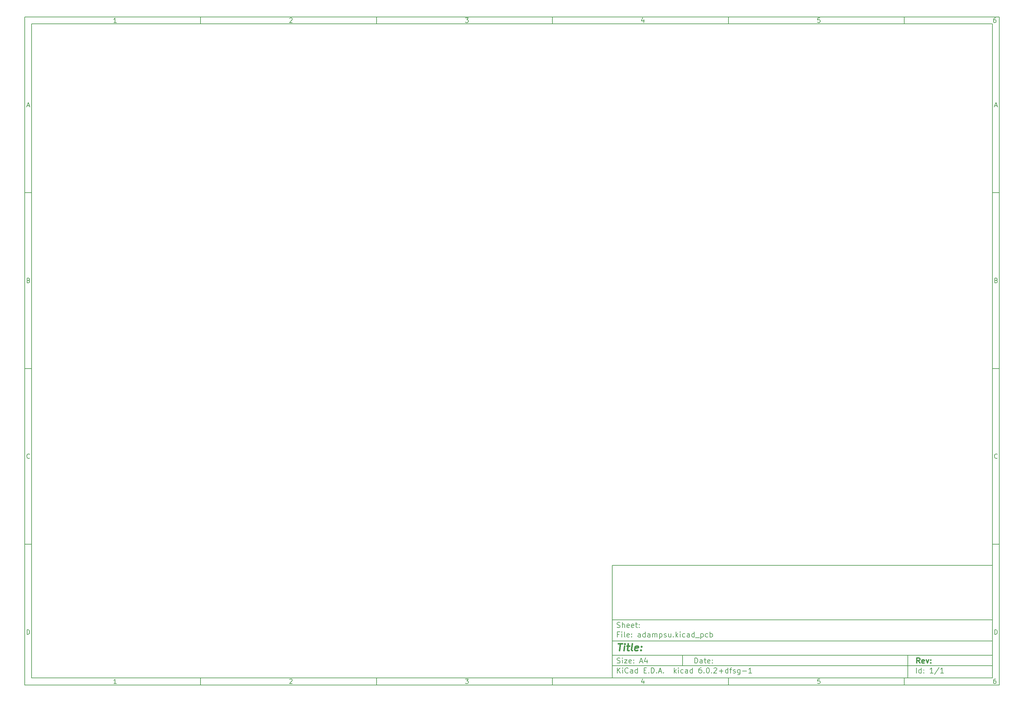
<source format=gbr>
G04 #@! TF.GenerationSoftware,KiCad,Pcbnew,6.0.2+dfsg-1*
G04 #@! TF.CreationDate,2023-07-16T14:07:35-07:00*
G04 #@! TF.ProjectId,adampsu,6164616d-7073-4752-9e6b-696361645f70,rev?*
G04 #@! TF.SameCoordinates,Original*
G04 #@! TF.FileFunction,Paste,Bot*
G04 #@! TF.FilePolarity,Positive*
%FSLAX46Y46*%
G04 Gerber Fmt 4.6, Leading zero omitted, Abs format (unit mm)*
G04 Created by KiCad (PCBNEW 6.0.2+dfsg-1) date 2023-07-16 14:07:35*
%MOMM*%
%LPD*%
G01*
G04 APERTURE LIST*
%ADD10C,0.100000*%
%ADD11C,0.150000*%
%ADD12C,0.300000*%
%ADD13C,0.400000*%
G04 APERTURE END LIST*
D10*
D11*
X177002200Y-166007200D02*
X177002200Y-198007200D01*
X285002200Y-198007200D01*
X285002200Y-166007200D01*
X177002200Y-166007200D01*
D10*
D11*
X10000000Y-10000000D02*
X10000000Y-200007200D01*
X287002200Y-200007200D01*
X287002200Y-10000000D01*
X10000000Y-10000000D01*
D10*
D11*
X12000000Y-12000000D02*
X12000000Y-198007200D01*
X285002200Y-198007200D01*
X285002200Y-12000000D01*
X12000000Y-12000000D01*
D10*
D11*
X60000000Y-12000000D02*
X60000000Y-10000000D01*
D10*
D11*
X110000000Y-12000000D02*
X110000000Y-10000000D01*
D10*
D11*
X160000000Y-12000000D02*
X160000000Y-10000000D01*
D10*
D11*
X210000000Y-12000000D02*
X210000000Y-10000000D01*
D10*
D11*
X260000000Y-12000000D02*
X260000000Y-10000000D01*
D10*
D11*
X36065476Y-11588095D02*
X35322619Y-11588095D01*
X35694047Y-11588095D02*
X35694047Y-10288095D01*
X35570238Y-10473809D01*
X35446428Y-10597619D01*
X35322619Y-10659523D01*
D10*
D11*
X85322619Y-10411904D02*
X85384523Y-10350000D01*
X85508333Y-10288095D01*
X85817857Y-10288095D01*
X85941666Y-10350000D01*
X86003571Y-10411904D01*
X86065476Y-10535714D01*
X86065476Y-10659523D01*
X86003571Y-10845238D01*
X85260714Y-11588095D01*
X86065476Y-11588095D01*
D10*
D11*
X135260714Y-10288095D02*
X136065476Y-10288095D01*
X135632142Y-10783333D01*
X135817857Y-10783333D01*
X135941666Y-10845238D01*
X136003571Y-10907142D01*
X136065476Y-11030952D01*
X136065476Y-11340476D01*
X136003571Y-11464285D01*
X135941666Y-11526190D01*
X135817857Y-11588095D01*
X135446428Y-11588095D01*
X135322619Y-11526190D01*
X135260714Y-11464285D01*
D10*
D11*
X185941666Y-10721428D02*
X185941666Y-11588095D01*
X185632142Y-10226190D02*
X185322619Y-11154761D01*
X186127380Y-11154761D01*
D10*
D11*
X236003571Y-10288095D02*
X235384523Y-10288095D01*
X235322619Y-10907142D01*
X235384523Y-10845238D01*
X235508333Y-10783333D01*
X235817857Y-10783333D01*
X235941666Y-10845238D01*
X236003571Y-10907142D01*
X236065476Y-11030952D01*
X236065476Y-11340476D01*
X236003571Y-11464285D01*
X235941666Y-11526190D01*
X235817857Y-11588095D01*
X235508333Y-11588095D01*
X235384523Y-11526190D01*
X235322619Y-11464285D01*
D10*
D11*
X285941666Y-10288095D02*
X285694047Y-10288095D01*
X285570238Y-10350000D01*
X285508333Y-10411904D01*
X285384523Y-10597619D01*
X285322619Y-10845238D01*
X285322619Y-11340476D01*
X285384523Y-11464285D01*
X285446428Y-11526190D01*
X285570238Y-11588095D01*
X285817857Y-11588095D01*
X285941666Y-11526190D01*
X286003571Y-11464285D01*
X286065476Y-11340476D01*
X286065476Y-11030952D01*
X286003571Y-10907142D01*
X285941666Y-10845238D01*
X285817857Y-10783333D01*
X285570238Y-10783333D01*
X285446428Y-10845238D01*
X285384523Y-10907142D01*
X285322619Y-11030952D01*
D10*
D11*
X60000000Y-198007200D02*
X60000000Y-200007200D01*
D10*
D11*
X110000000Y-198007200D02*
X110000000Y-200007200D01*
D10*
D11*
X160000000Y-198007200D02*
X160000000Y-200007200D01*
D10*
D11*
X210000000Y-198007200D02*
X210000000Y-200007200D01*
D10*
D11*
X260000000Y-198007200D02*
X260000000Y-200007200D01*
D10*
D11*
X36065476Y-199595295D02*
X35322619Y-199595295D01*
X35694047Y-199595295D02*
X35694047Y-198295295D01*
X35570238Y-198481009D01*
X35446428Y-198604819D01*
X35322619Y-198666723D01*
D10*
D11*
X85322619Y-198419104D02*
X85384523Y-198357200D01*
X85508333Y-198295295D01*
X85817857Y-198295295D01*
X85941666Y-198357200D01*
X86003571Y-198419104D01*
X86065476Y-198542914D01*
X86065476Y-198666723D01*
X86003571Y-198852438D01*
X85260714Y-199595295D01*
X86065476Y-199595295D01*
D10*
D11*
X135260714Y-198295295D02*
X136065476Y-198295295D01*
X135632142Y-198790533D01*
X135817857Y-198790533D01*
X135941666Y-198852438D01*
X136003571Y-198914342D01*
X136065476Y-199038152D01*
X136065476Y-199347676D01*
X136003571Y-199471485D01*
X135941666Y-199533390D01*
X135817857Y-199595295D01*
X135446428Y-199595295D01*
X135322619Y-199533390D01*
X135260714Y-199471485D01*
D10*
D11*
X185941666Y-198728628D02*
X185941666Y-199595295D01*
X185632142Y-198233390D02*
X185322619Y-199161961D01*
X186127380Y-199161961D01*
D10*
D11*
X236003571Y-198295295D02*
X235384523Y-198295295D01*
X235322619Y-198914342D01*
X235384523Y-198852438D01*
X235508333Y-198790533D01*
X235817857Y-198790533D01*
X235941666Y-198852438D01*
X236003571Y-198914342D01*
X236065476Y-199038152D01*
X236065476Y-199347676D01*
X236003571Y-199471485D01*
X235941666Y-199533390D01*
X235817857Y-199595295D01*
X235508333Y-199595295D01*
X235384523Y-199533390D01*
X235322619Y-199471485D01*
D10*
D11*
X285941666Y-198295295D02*
X285694047Y-198295295D01*
X285570238Y-198357200D01*
X285508333Y-198419104D01*
X285384523Y-198604819D01*
X285322619Y-198852438D01*
X285322619Y-199347676D01*
X285384523Y-199471485D01*
X285446428Y-199533390D01*
X285570238Y-199595295D01*
X285817857Y-199595295D01*
X285941666Y-199533390D01*
X286003571Y-199471485D01*
X286065476Y-199347676D01*
X286065476Y-199038152D01*
X286003571Y-198914342D01*
X285941666Y-198852438D01*
X285817857Y-198790533D01*
X285570238Y-198790533D01*
X285446428Y-198852438D01*
X285384523Y-198914342D01*
X285322619Y-199038152D01*
D10*
D11*
X10000000Y-60000000D02*
X12000000Y-60000000D01*
D10*
D11*
X10000000Y-110000000D02*
X12000000Y-110000000D01*
D10*
D11*
X10000000Y-160000000D02*
X12000000Y-160000000D01*
D10*
D11*
X10690476Y-35216666D02*
X11309523Y-35216666D01*
X10566666Y-35588095D02*
X11000000Y-34288095D01*
X11433333Y-35588095D01*
D10*
D11*
X11092857Y-84907142D02*
X11278571Y-84969047D01*
X11340476Y-85030952D01*
X11402380Y-85154761D01*
X11402380Y-85340476D01*
X11340476Y-85464285D01*
X11278571Y-85526190D01*
X11154761Y-85588095D01*
X10659523Y-85588095D01*
X10659523Y-84288095D01*
X11092857Y-84288095D01*
X11216666Y-84350000D01*
X11278571Y-84411904D01*
X11340476Y-84535714D01*
X11340476Y-84659523D01*
X11278571Y-84783333D01*
X11216666Y-84845238D01*
X11092857Y-84907142D01*
X10659523Y-84907142D01*
D10*
D11*
X11402380Y-135464285D02*
X11340476Y-135526190D01*
X11154761Y-135588095D01*
X11030952Y-135588095D01*
X10845238Y-135526190D01*
X10721428Y-135402380D01*
X10659523Y-135278571D01*
X10597619Y-135030952D01*
X10597619Y-134845238D01*
X10659523Y-134597619D01*
X10721428Y-134473809D01*
X10845238Y-134350000D01*
X11030952Y-134288095D01*
X11154761Y-134288095D01*
X11340476Y-134350000D01*
X11402380Y-134411904D01*
D10*
D11*
X10659523Y-185588095D02*
X10659523Y-184288095D01*
X10969047Y-184288095D01*
X11154761Y-184350000D01*
X11278571Y-184473809D01*
X11340476Y-184597619D01*
X11402380Y-184845238D01*
X11402380Y-185030952D01*
X11340476Y-185278571D01*
X11278571Y-185402380D01*
X11154761Y-185526190D01*
X10969047Y-185588095D01*
X10659523Y-185588095D01*
D10*
D11*
X287002200Y-60000000D02*
X285002200Y-60000000D01*
D10*
D11*
X287002200Y-110000000D02*
X285002200Y-110000000D01*
D10*
D11*
X287002200Y-160000000D02*
X285002200Y-160000000D01*
D10*
D11*
X285692676Y-35216666D02*
X286311723Y-35216666D01*
X285568866Y-35588095D02*
X286002200Y-34288095D01*
X286435533Y-35588095D01*
D10*
D11*
X286095057Y-84907142D02*
X286280771Y-84969047D01*
X286342676Y-85030952D01*
X286404580Y-85154761D01*
X286404580Y-85340476D01*
X286342676Y-85464285D01*
X286280771Y-85526190D01*
X286156961Y-85588095D01*
X285661723Y-85588095D01*
X285661723Y-84288095D01*
X286095057Y-84288095D01*
X286218866Y-84350000D01*
X286280771Y-84411904D01*
X286342676Y-84535714D01*
X286342676Y-84659523D01*
X286280771Y-84783333D01*
X286218866Y-84845238D01*
X286095057Y-84907142D01*
X285661723Y-84907142D01*
D10*
D11*
X286404580Y-135464285D02*
X286342676Y-135526190D01*
X286156961Y-135588095D01*
X286033152Y-135588095D01*
X285847438Y-135526190D01*
X285723628Y-135402380D01*
X285661723Y-135278571D01*
X285599819Y-135030952D01*
X285599819Y-134845238D01*
X285661723Y-134597619D01*
X285723628Y-134473809D01*
X285847438Y-134350000D01*
X286033152Y-134288095D01*
X286156961Y-134288095D01*
X286342676Y-134350000D01*
X286404580Y-134411904D01*
D10*
D11*
X285661723Y-185588095D02*
X285661723Y-184288095D01*
X285971247Y-184288095D01*
X286156961Y-184350000D01*
X286280771Y-184473809D01*
X286342676Y-184597619D01*
X286404580Y-184845238D01*
X286404580Y-185030952D01*
X286342676Y-185278571D01*
X286280771Y-185402380D01*
X286156961Y-185526190D01*
X285971247Y-185588095D01*
X285661723Y-185588095D01*
D10*
D11*
X200434342Y-193785771D02*
X200434342Y-192285771D01*
X200791485Y-192285771D01*
X201005771Y-192357200D01*
X201148628Y-192500057D01*
X201220057Y-192642914D01*
X201291485Y-192928628D01*
X201291485Y-193142914D01*
X201220057Y-193428628D01*
X201148628Y-193571485D01*
X201005771Y-193714342D01*
X200791485Y-193785771D01*
X200434342Y-193785771D01*
X202577200Y-193785771D02*
X202577200Y-193000057D01*
X202505771Y-192857200D01*
X202362914Y-192785771D01*
X202077200Y-192785771D01*
X201934342Y-192857200D01*
X202577200Y-193714342D02*
X202434342Y-193785771D01*
X202077200Y-193785771D01*
X201934342Y-193714342D01*
X201862914Y-193571485D01*
X201862914Y-193428628D01*
X201934342Y-193285771D01*
X202077200Y-193214342D01*
X202434342Y-193214342D01*
X202577200Y-193142914D01*
X203077200Y-192785771D02*
X203648628Y-192785771D01*
X203291485Y-192285771D02*
X203291485Y-193571485D01*
X203362914Y-193714342D01*
X203505771Y-193785771D01*
X203648628Y-193785771D01*
X204720057Y-193714342D02*
X204577200Y-193785771D01*
X204291485Y-193785771D01*
X204148628Y-193714342D01*
X204077200Y-193571485D01*
X204077200Y-193000057D01*
X204148628Y-192857200D01*
X204291485Y-192785771D01*
X204577200Y-192785771D01*
X204720057Y-192857200D01*
X204791485Y-193000057D01*
X204791485Y-193142914D01*
X204077200Y-193285771D01*
X205434342Y-193642914D02*
X205505771Y-193714342D01*
X205434342Y-193785771D01*
X205362914Y-193714342D01*
X205434342Y-193642914D01*
X205434342Y-193785771D01*
X205434342Y-192857200D02*
X205505771Y-192928628D01*
X205434342Y-193000057D01*
X205362914Y-192928628D01*
X205434342Y-192857200D01*
X205434342Y-193000057D01*
D10*
D11*
X177002200Y-194507200D02*
X285002200Y-194507200D01*
D10*
D11*
X178434342Y-196585771D02*
X178434342Y-195085771D01*
X179291485Y-196585771D02*
X178648628Y-195728628D01*
X179291485Y-195085771D02*
X178434342Y-195942914D01*
X179934342Y-196585771D02*
X179934342Y-195585771D01*
X179934342Y-195085771D02*
X179862914Y-195157200D01*
X179934342Y-195228628D01*
X180005771Y-195157200D01*
X179934342Y-195085771D01*
X179934342Y-195228628D01*
X181505771Y-196442914D02*
X181434342Y-196514342D01*
X181220057Y-196585771D01*
X181077200Y-196585771D01*
X180862914Y-196514342D01*
X180720057Y-196371485D01*
X180648628Y-196228628D01*
X180577200Y-195942914D01*
X180577200Y-195728628D01*
X180648628Y-195442914D01*
X180720057Y-195300057D01*
X180862914Y-195157200D01*
X181077200Y-195085771D01*
X181220057Y-195085771D01*
X181434342Y-195157200D01*
X181505771Y-195228628D01*
X182791485Y-196585771D02*
X182791485Y-195800057D01*
X182720057Y-195657200D01*
X182577200Y-195585771D01*
X182291485Y-195585771D01*
X182148628Y-195657200D01*
X182791485Y-196514342D02*
X182648628Y-196585771D01*
X182291485Y-196585771D01*
X182148628Y-196514342D01*
X182077200Y-196371485D01*
X182077200Y-196228628D01*
X182148628Y-196085771D01*
X182291485Y-196014342D01*
X182648628Y-196014342D01*
X182791485Y-195942914D01*
X184148628Y-196585771D02*
X184148628Y-195085771D01*
X184148628Y-196514342D02*
X184005771Y-196585771D01*
X183720057Y-196585771D01*
X183577200Y-196514342D01*
X183505771Y-196442914D01*
X183434342Y-196300057D01*
X183434342Y-195871485D01*
X183505771Y-195728628D01*
X183577200Y-195657200D01*
X183720057Y-195585771D01*
X184005771Y-195585771D01*
X184148628Y-195657200D01*
X186005771Y-195800057D02*
X186505771Y-195800057D01*
X186720057Y-196585771D02*
X186005771Y-196585771D01*
X186005771Y-195085771D01*
X186720057Y-195085771D01*
X187362914Y-196442914D02*
X187434342Y-196514342D01*
X187362914Y-196585771D01*
X187291485Y-196514342D01*
X187362914Y-196442914D01*
X187362914Y-196585771D01*
X188077200Y-196585771D02*
X188077200Y-195085771D01*
X188434342Y-195085771D01*
X188648628Y-195157200D01*
X188791485Y-195300057D01*
X188862914Y-195442914D01*
X188934342Y-195728628D01*
X188934342Y-195942914D01*
X188862914Y-196228628D01*
X188791485Y-196371485D01*
X188648628Y-196514342D01*
X188434342Y-196585771D01*
X188077200Y-196585771D01*
X189577200Y-196442914D02*
X189648628Y-196514342D01*
X189577200Y-196585771D01*
X189505771Y-196514342D01*
X189577200Y-196442914D01*
X189577200Y-196585771D01*
X190220057Y-196157200D02*
X190934342Y-196157200D01*
X190077200Y-196585771D02*
X190577200Y-195085771D01*
X191077200Y-196585771D01*
X191577200Y-196442914D02*
X191648628Y-196514342D01*
X191577200Y-196585771D01*
X191505771Y-196514342D01*
X191577200Y-196442914D01*
X191577200Y-196585771D01*
X194577200Y-196585771D02*
X194577200Y-195085771D01*
X194720057Y-196014342D02*
X195148628Y-196585771D01*
X195148628Y-195585771D02*
X194577200Y-196157200D01*
X195791485Y-196585771D02*
X195791485Y-195585771D01*
X195791485Y-195085771D02*
X195720057Y-195157200D01*
X195791485Y-195228628D01*
X195862914Y-195157200D01*
X195791485Y-195085771D01*
X195791485Y-195228628D01*
X197148628Y-196514342D02*
X197005771Y-196585771D01*
X196720057Y-196585771D01*
X196577200Y-196514342D01*
X196505771Y-196442914D01*
X196434342Y-196300057D01*
X196434342Y-195871485D01*
X196505771Y-195728628D01*
X196577200Y-195657200D01*
X196720057Y-195585771D01*
X197005771Y-195585771D01*
X197148628Y-195657200D01*
X198434342Y-196585771D02*
X198434342Y-195800057D01*
X198362914Y-195657200D01*
X198220057Y-195585771D01*
X197934342Y-195585771D01*
X197791485Y-195657200D01*
X198434342Y-196514342D02*
X198291485Y-196585771D01*
X197934342Y-196585771D01*
X197791485Y-196514342D01*
X197720057Y-196371485D01*
X197720057Y-196228628D01*
X197791485Y-196085771D01*
X197934342Y-196014342D01*
X198291485Y-196014342D01*
X198434342Y-195942914D01*
X199791485Y-196585771D02*
X199791485Y-195085771D01*
X199791485Y-196514342D02*
X199648628Y-196585771D01*
X199362914Y-196585771D01*
X199220057Y-196514342D01*
X199148628Y-196442914D01*
X199077200Y-196300057D01*
X199077200Y-195871485D01*
X199148628Y-195728628D01*
X199220057Y-195657200D01*
X199362914Y-195585771D01*
X199648628Y-195585771D01*
X199791485Y-195657200D01*
X202291485Y-195085771D02*
X202005771Y-195085771D01*
X201862914Y-195157200D01*
X201791485Y-195228628D01*
X201648628Y-195442914D01*
X201577200Y-195728628D01*
X201577200Y-196300057D01*
X201648628Y-196442914D01*
X201720057Y-196514342D01*
X201862914Y-196585771D01*
X202148628Y-196585771D01*
X202291485Y-196514342D01*
X202362914Y-196442914D01*
X202434342Y-196300057D01*
X202434342Y-195942914D01*
X202362914Y-195800057D01*
X202291485Y-195728628D01*
X202148628Y-195657200D01*
X201862914Y-195657200D01*
X201720057Y-195728628D01*
X201648628Y-195800057D01*
X201577200Y-195942914D01*
X203077200Y-196442914D02*
X203148628Y-196514342D01*
X203077200Y-196585771D01*
X203005771Y-196514342D01*
X203077200Y-196442914D01*
X203077200Y-196585771D01*
X204077200Y-195085771D02*
X204220057Y-195085771D01*
X204362914Y-195157200D01*
X204434342Y-195228628D01*
X204505771Y-195371485D01*
X204577200Y-195657200D01*
X204577200Y-196014342D01*
X204505771Y-196300057D01*
X204434342Y-196442914D01*
X204362914Y-196514342D01*
X204220057Y-196585771D01*
X204077200Y-196585771D01*
X203934342Y-196514342D01*
X203862914Y-196442914D01*
X203791485Y-196300057D01*
X203720057Y-196014342D01*
X203720057Y-195657200D01*
X203791485Y-195371485D01*
X203862914Y-195228628D01*
X203934342Y-195157200D01*
X204077200Y-195085771D01*
X205220057Y-196442914D02*
X205291485Y-196514342D01*
X205220057Y-196585771D01*
X205148628Y-196514342D01*
X205220057Y-196442914D01*
X205220057Y-196585771D01*
X205862914Y-195228628D02*
X205934342Y-195157200D01*
X206077200Y-195085771D01*
X206434342Y-195085771D01*
X206577200Y-195157200D01*
X206648628Y-195228628D01*
X206720057Y-195371485D01*
X206720057Y-195514342D01*
X206648628Y-195728628D01*
X205791485Y-196585771D01*
X206720057Y-196585771D01*
X207362914Y-196014342D02*
X208505771Y-196014342D01*
X207934342Y-196585771D02*
X207934342Y-195442914D01*
X209862914Y-196585771D02*
X209862914Y-195085771D01*
X209862914Y-196514342D02*
X209720057Y-196585771D01*
X209434342Y-196585771D01*
X209291485Y-196514342D01*
X209220057Y-196442914D01*
X209148628Y-196300057D01*
X209148628Y-195871485D01*
X209220057Y-195728628D01*
X209291485Y-195657200D01*
X209434342Y-195585771D01*
X209720057Y-195585771D01*
X209862914Y-195657200D01*
X210362914Y-195585771D02*
X210934342Y-195585771D01*
X210577200Y-196585771D02*
X210577200Y-195300057D01*
X210648628Y-195157200D01*
X210791485Y-195085771D01*
X210934342Y-195085771D01*
X211362914Y-196514342D02*
X211505771Y-196585771D01*
X211791485Y-196585771D01*
X211934342Y-196514342D01*
X212005771Y-196371485D01*
X212005771Y-196300057D01*
X211934342Y-196157200D01*
X211791485Y-196085771D01*
X211577200Y-196085771D01*
X211434342Y-196014342D01*
X211362914Y-195871485D01*
X211362914Y-195800057D01*
X211434342Y-195657200D01*
X211577200Y-195585771D01*
X211791485Y-195585771D01*
X211934342Y-195657200D01*
X213291485Y-195585771D02*
X213291485Y-196800057D01*
X213220057Y-196942914D01*
X213148628Y-197014342D01*
X213005771Y-197085771D01*
X212791485Y-197085771D01*
X212648628Y-197014342D01*
X213291485Y-196514342D02*
X213148628Y-196585771D01*
X212862914Y-196585771D01*
X212720057Y-196514342D01*
X212648628Y-196442914D01*
X212577200Y-196300057D01*
X212577200Y-195871485D01*
X212648628Y-195728628D01*
X212720057Y-195657200D01*
X212862914Y-195585771D01*
X213148628Y-195585771D01*
X213291485Y-195657200D01*
X214005771Y-196014342D02*
X215148628Y-196014342D01*
X216648628Y-196585771D02*
X215791485Y-196585771D01*
X216220057Y-196585771D02*
X216220057Y-195085771D01*
X216077200Y-195300057D01*
X215934342Y-195442914D01*
X215791485Y-195514342D01*
D10*
D11*
X177002200Y-191507200D02*
X285002200Y-191507200D01*
D10*
D12*
X264411485Y-193785771D02*
X263911485Y-193071485D01*
X263554342Y-193785771D02*
X263554342Y-192285771D01*
X264125771Y-192285771D01*
X264268628Y-192357200D01*
X264340057Y-192428628D01*
X264411485Y-192571485D01*
X264411485Y-192785771D01*
X264340057Y-192928628D01*
X264268628Y-193000057D01*
X264125771Y-193071485D01*
X263554342Y-193071485D01*
X265625771Y-193714342D02*
X265482914Y-193785771D01*
X265197200Y-193785771D01*
X265054342Y-193714342D01*
X264982914Y-193571485D01*
X264982914Y-193000057D01*
X265054342Y-192857200D01*
X265197200Y-192785771D01*
X265482914Y-192785771D01*
X265625771Y-192857200D01*
X265697200Y-193000057D01*
X265697200Y-193142914D01*
X264982914Y-193285771D01*
X266197200Y-192785771D02*
X266554342Y-193785771D01*
X266911485Y-192785771D01*
X267482914Y-193642914D02*
X267554342Y-193714342D01*
X267482914Y-193785771D01*
X267411485Y-193714342D01*
X267482914Y-193642914D01*
X267482914Y-193785771D01*
X267482914Y-192857200D02*
X267554342Y-192928628D01*
X267482914Y-193000057D01*
X267411485Y-192928628D01*
X267482914Y-192857200D01*
X267482914Y-193000057D01*
D10*
D11*
X178362914Y-193714342D02*
X178577200Y-193785771D01*
X178934342Y-193785771D01*
X179077200Y-193714342D01*
X179148628Y-193642914D01*
X179220057Y-193500057D01*
X179220057Y-193357200D01*
X179148628Y-193214342D01*
X179077200Y-193142914D01*
X178934342Y-193071485D01*
X178648628Y-193000057D01*
X178505771Y-192928628D01*
X178434342Y-192857200D01*
X178362914Y-192714342D01*
X178362914Y-192571485D01*
X178434342Y-192428628D01*
X178505771Y-192357200D01*
X178648628Y-192285771D01*
X179005771Y-192285771D01*
X179220057Y-192357200D01*
X179862914Y-193785771D02*
X179862914Y-192785771D01*
X179862914Y-192285771D02*
X179791485Y-192357200D01*
X179862914Y-192428628D01*
X179934342Y-192357200D01*
X179862914Y-192285771D01*
X179862914Y-192428628D01*
X180434342Y-192785771D02*
X181220057Y-192785771D01*
X180434342Y-193785771D01*
X181220057Y-193785771D01*
X182362914Y-193714342D02*
X182220057Y-193785771D01*
X181934342Y-193785771D01*
X181791485Y-193714342D01*
X181720057Y-193571485D01*
X181720057Y-193000057D01*
X181791485Y-192857200D01*
X181934342Y-192785771D01*
X182220057Y-192785771D01*
X182362914Y-192857200D01*
X182434342Y-193000057D01*
X182434342Y-193142914D01*
X181720057Y-193285771D01*
X183077200Y-193642914D02*
X183148628Y-193714342D01*
X183077200Y-193785771D01*
X183005771Y-193714342D01*
X183077200Y-193642914D01*
X183077200Y-193785771D01*
X183077200Y-192857200D02*
X183148628Y-192928628D01*
X183077200Y-193000057D01*
X183005771Y-192928628D01*
X183077200Y-192857200D01*
X183077200Y-193000057D01*
X184862914Y-193357200D02*
X185577200Y-193357200D01*
X184720057Y-193785771D02*
X185220057Y-192285771D01*
X185720057Y-193785771D01*
X186862914Y-192785771D02*
X186862914Y-193785771D01*
X186505771Y-192214342D02*
X186148628Y-193285771D01*
X187077200Y-193285771D01*
D10*
D11*
X263434342Y-196585771D02*
X263434342Y-195085771D01*
X264791485Y-196585771D02*
X264791485Y-195085771D01*
X264791485Y-196514342D02*
X264648628Y-196585771D01*
X264362914Y-196585771D01*
X264220057Y-196514342D01*
X264148628Y-196442914D01*
X264077200Y-196300057D01*
X264077200Y-195871485D01*
X264148628Y-195728628D01*
X264220057Y-195657200D01*
X264362914Y-195585771D01*
X264648628Y-195585771D01*
X264791485Y-195657200D01*
X265505771Y-196442914D02*
X265577200Y-196514342D01*
X265505771Y-196585771D01*
X265434342Y-196514342D01*
X265505771Y-196442914D01*
X265505771Y-196585771D01*
X265505771Y-195657200D02*
X265577200Y-195728628D01*
X265505771Y-195800057D01*
X265434342Y-195728628D01*
X265505771Y-195657200D01*
X265505771Y-195800057D01*
X268148628Y-196585771D02*
X267291485Y-196585771D01*
X267720057Y-196585771D02*
X267720057Y-195085771D01*
X267577200Y-195300057D01*
X267434342Y-195442914D01*
X267291485Y-195514342D01*
X269862914Y-195014342D02*
X268577200Y-196942914D01*
X271148628Y-196585771D02*
X270291485Y-196585771D01*
X270720057Y-196585771D02*
X270720057Y-195085771D01*
X270577200Y-195300057D01*
X270434342Y-195442914D01*
X270291485Y-195514342D01*
D10*
D11*
X177002200Y-187507200D02*
X285002200Y-187507200D01*
D10*
D13*
X178714580Y-188211961D02*
X179857438Y-188211961D01*
X179036009Y-190211961D02*
X179286009Y-188211961D01*
X180274104Y-190211961D02*
X180440771Y-188878628D01*
X180524104Y-188211961D02*
X180416961Y-188307200D01*
X180500295Y-188402438D01*
X180607438Y-188307200D01*
X180524104Y-188211961D01*
X180500295Y-188402438D01*
X181107438Y-188878628D02*
X181869342Y-188878628D01*
X181476485Y-188211961D02*
X181262200Y-189926247D01*
X181333628Y-190116723D01*
X181512200Y-190211961D01*
X181702676Y-190211961D01*
X182655057Y-190211961D02*
X182476485Y-190116723D01*
X182405057Y-189926247D01*
X182619342Y-188211961D01*
X184190771Y-190116723D02*
X183988390Y-190211961D01*
X183607438Y-190211961D01*
X183428866Y-190116723D01*
X183357438Y-189926247D01*
X183452676Y-189164342D01*
X183571723Y-188973866D01*
X183774104Y-188878628D01*
X184155057Y-188878628D01*
X184333628Y-188973866D01*
X184405057Y-189164342D01*
X184381247Y-189354819D01*
X183405057Y-189545295D01*
X185155057Y-190021485D02*
X185238390Y-190116723D01*
X185131247Y-190211961D01*
X185047914Y-190116723D01*
X185155057Y-190021485D01*
X185131247Y-190211961D01*
X185286009Y-188973866D02*
X185369342Y-189069104D01*
X185262200Y-189164342D01*
X185178866Y-189069104D01*
X185286009Y-188973866D01*
X185262200Y-189164342D01*
D10*
D11*
X178934342Y-185600057D02*
X178434342Y-185600057D01*
X178434342Y-186385771D02*
X178434342Y-184885771D01*
X179148628Y-184885771D01*
X179720057Y-186385771D02*
X179720057Y-185385771D01*
X179720057Y-184885771D02*
X179648628Y-184957200D01*
X179720057Y-185028628D01*
X179791485Y-184957200D01*
X179720057Y-184885771D01*
X179720057Y-185028628D01*
X180648628Y-186385771D02*
X180505771Y-186314342D01*
X180434342Y-186171485D01*
X180434342Y-184885771D01*
X181791485Y-186314342D02*
X181648628Y-186385771D01*
X181362914Y-186385771D01*
X181220057Y-186314342D01*
X181148628Y-186171485D01*
X181148628Y-185600057D01*
X181220057Y-185457200D01*
X181362914Y-185385771D01*
X181648628Y-185385771D01*
X181791485Y-185457200D01*
X181862914Y-185600057D01*
X181862914Y-185742914D01*
X181148628Y-185885771D01*
X182505771Y-186242914D02*
X182577200Y-186314342D01*
X182505771Y-186385771D01*
X182434342Y-186314342D01*
X182505771Y-186242914D01*
X182505771Y-186385771D01*
X182505771Y-185457200D02*
X182577200Y-185528628D01*
X182505771Y-185600057D01*
X182434342Y-185528628D01*
X182505771Y-185457200D01*
X182505771Y-185600057D01*
X185005771Y-186385771D02*
X185005771Y-185600057D01*
X184934342Y-185457200D01*
X184791485Y-185385771D01*
X184505771Y-185385771D01*
X184362914Y-185457200D01*
X185005771Y-186314342D02*
X184862914Y-186385771D01*
X184505771Y-186385771D01*
X184362914Y-186314342D01*
X184291485Y-186171485D01*
X184291485Y-186028628D01*
X184362914Y-185885771D01*
X184505771Y-185814342D01*
X184862914Y-185814342D01*
X185005771Y-185742914D01*
X186362914Y-186385771D02*
X186362914Y-184885771D01*
X186362914Y-186314342D02*
X186220057Y-186385771D01*
X185934342Y-186385771D01*
X185791485Y-186314342D01*
X185720057Y-186242914D01*
X185648628Y-186100057D01*
X185648628Y-185671485D01*
X185720057Y-185528628D01*
X185791485Y-185457200D01*
X185934342Y-185385771D01*
X186220057Y-185385771D01*
X186362914Y-185457200D01*
X187720057Y-186385771D02*
X187720057Y-185600057D01*
X187648628Y-185457200D01*
X187505771Y-185385771D01*
X187220057Y-185385771D01*
X187077200Y-185457200D01*
X187720057Y-186314342D02*
X187577200Y-186385771D01*
X187220057Y-186385771D01*
X187077200Y-186314342D01*
X187005771Y-186171485D01*
X187005771Y-186028628D01*
X187077200Y-185885771D01*
X187220057Y-185814342D01*
X187577200Y-185814342D01*
X187720057Y-185742914D01*
X188434342Y-186385771D02*
X188434342Y-185385771D01*
X188434342Y-185528628D02*
X188505771Y-185457200D01*
X188648628Y-185385771D01*
X188862914Y-185385771D01*
X189005771Y-185457200D01*
X189077200Y-185600057D01*
X189077200Y-186385771D01*
X189077200Y-185600057D02*
X189148628Y-185457200D01*
X189291485Y-185385771D01*
X189505771Y-185385771D01*
X189648628Y-185457200D01*
X189720057Y-185600057D01*
X189720057Y-186385771D01*
X190434342Y-185385771D02*
X190434342Y-186885771D01*
X190434342Y-185457200D02*
X190577200Y-185385771D01*
X190862914Y-185385771D01*
X191005771Y-185457200D01*
X191077200Y-185528628D01*
X191148628Y-185671485D01*
X191148628Y-186100057D01*
X191077200Y-186242914D01*
X191005771Y-186314342D01*
X190862914Y-186385771D01*
X190577200Y-186385771D01*
X190434342Y-186314342D01*
X191720057Y-186314342D02*
X191862914Y-186385771D01*
X192148628Y-186385771D01*
X192291485Y-186314342D01*
X192362914Y-186171485D01*
X192362914Y-186100057D01*
X192291485Y-185957200D01*
X192148628Y-185885771D01*
X191934342Y-185885771D01*
X191791485Y-185814342D01*
X191720057Y-185671485D01*
X191720057Y-185600057D01*
X191791485Y-185457200D01*
X191934342Y-185385771D01*
X192148628Y-185385771D01*
X192291485Y-185457200D01*
X193648628Y-185385771D02*
X193648628Y-186385771D01*
X193005771Y-185385771D02*
X193005771Y-186171485D01*
X193077200Y-186314342D01*
X193220057Y-186385771D01*
X193434342Y-186385771D01*
X193577200Y-186314342D01*
X193648628Y-186242914D01*
X194362914Y-186242914D02*
X194434342Y-186314342D01*
X194362914Y-186385771D01*
X194291485Y-186314342D01*
X194362914Y-186242914D01*
X194362914Y-186385771D01*
X195077200Y-186385771D02*
X195077200Y-184885771D01*
X195220057Y-185814342D02*
X195648628Y-186385771D01*
X195648628Y-185385771D02*
X195077200Y-185957200D01*
X196291485Y-186385771D02*
X196291485Y-185385771D01*
X196291485Y-184885771D02*
X196220057Y-184957200D01*
X196291485Y-185028628D01*
X196362914Y-184957200D01*
X196291485Y-184885771D01*
X196291485Y-185028628D01*
X197648628Y-186314342D02*
X197505771Y-186385771D01*
X197220057Y-186385771D01*
X197077200Y-186314342D01*
X197005771Y-186242914D01*
X196934342Y-186100057D01*
X196934342Y-185671485D01*
X197005771Y-185528628D01*
X197077200Y-185457200D01*
X197220057Y-185385771D01*
X197505771Y-185385771D01*
X197648628Y-185457200D01*
X198934342Y-186385771D02*
X198934342Y-185600057D01*
X198862914Y-185457200D01*
X198720057Y-185385771D01*
X198434342Y-185385771D01*
X198291485Y-185457200D01*
X198934342Y-186314342D02*
X198791485Y-186385771D01*
X198434342Y-186385771D01*
X198291485Y-186314342D01*
X198220057Y-186171485D01*
X198220057Y-186028628D01*
X198291485Y-185885771D01*
X198434342Y-185814342D01*
X198791485Y-185814342D01*
X198934342Y-185742914D01*
X200291485Y-186385771D02*
X200291485Y-184885771D01*
X200291485Y-186314342D02*
X200148628Y-186385771D01*
X199862914Y-186385771D01*
X199720057Y-186314342D01*
X199648628Y-186242914D01*
X199577200Y-186100057D01*
X199577200Y-185671485D01*
X199648628Y-185528628D01*
X199720057Y-185457200D01*
X199862914Y-185385771D01*
X200148628Y-185385771D01*
X200291485Y-185457200D01*
X200648628Y-186528628D02*
X201791485Y-186528628D01*
X202148628Y-185385771D02*
X202148628Y-186885771D01*
X202148628Y-185457200D02*
X202291485Y-185385771D01*
X202577200Y-185385771D01*
X202720057Y-185457200D01*
X202791485Y-185528628D01*
X202862914Y-185671485D01*
X202862914Y-186100057D01*
X202791485Y-186242914D01*
X202720057Y-186314342D01*
X202577200Y-186385771D01*
X202291485Y-186385771D01*
X202148628Y-186314342D01*
X204148628Y-186314342D02*
X204005771Y-186385771D01*
X203720057Y-186385771D01*
X203577200Y-186314342D01*
X203505771Y-186242914D01*
X203434342Y-186100057D01*
X203434342Y-185671485D01*
X203505771Y-185528628D01*
X203577200Y-185457200D01*
X203720057Y-185385771D01*
X204005771Y-185385771D01*
X204148628Y-185457200D01*
X204791485Y-186385771D02*
X204791485Y-184885771D01*
X204791485Y-185457200D02*
X204934342Y-185385771D01*
X205220057Y-185385771D01*
X205362914Y-185457200D01*
X205434342Y-185528628D01*
X205505771Y-185671485D01*
X205505771Y-186100057D01*
X205434342Y-186242914D01*
X205362914Y-186314342D01*
X205220057Y-186385771D01*
X204934342Y-186385771D01*
X204791485Y-186314342D01*
D10*
D11*
X177002200Y-181507200D02*
X285002200Y-181507200D01*
D10*
D11*
X178362914Y-183614342D02*
X178577200Y-183685771D01*
X178934342Y-183685771D01*
X179077200Y-183614342D01*
X179148628Y-183542914D01*
X179220057Y-183400057D01*
X179220057Y-183257200D01*
X179148628Y-183114342D01*
X179077200Y-183042914D01*
X178934342Y-182971485D01*
X178648628Y-182900057D01*
X178505771Y-182828628D01*
X178434342Y-182757200D01*
X178362914Y-182614342D01*
X178362914Y-182471485D01*
X178434342Y-182328628D01*
X178505771Y-182257200D01*
X178648628Y-182185771D01*
X179005771Y-182185771D01*
X179220057Y-182257200D01*
X179862914Y-183685771D02*
X179862914Y-182185771D01*
X180505771Y-183685771D02*
X180505771Y-182900057D01*
X180434342Y-182757200D01*
X180291485Y-182685771D01*
X180077200Y-182685771D01*
X179934342Y-182757200D01*
X179862914Y-182828628D01*
X181791485Y-183614342D02*
X181648628Y-183685771D01*
X181362914Y-183685771D01*
X181220057Y-183614342D01*
X181148628Y-183471485D01*
X181148628Y-182900057D01*
X181220057Y-182757200D01*
X181362914Y-182685771D01*
X181648628Y-182685771D01*
X181791485Y-182757200D01*
X181862914Y-182900057D01*
X181862914Y-183042914D01*
X181148628Y-183185771D01*
X183077200Y-183614342D02*
X182934342Y-183685771D01*
X182648628Y-183685771D01*
X182505771Y-183614342D01*
X182434342Y-183471485D01*
X182434342Y-182900057D01*
X182505771Y-182757200D01*
X182648628Y-182685771D01*
X182934342Y-182685771D01*
X183077200Y-182757200D01*
X183148628Y-182900057D01*
X183148628Y-183042914D01*
X182434342Y-183185771D01*
X183577200Y-182685771D02*
X184148628Y-182685771D01*
X183791485Y-182185771D02*
X183791485Y-183471485D01*
X183862914Y-183614342D01*
X184005771Y-183685771D01*
X184148628Y-183685771D01*
X184648628Y-183542914D02*
X184720057Y-183614342D01*
X184648628Y-183685771D01*
X184577200Y-183614342D01*
X184648628Y-183542914D01*
X184648628Y-183685771D01*
X184648628Y-182757200D02*
X184720057Y-182828628D01*
X184648628Y-182900057D01*
X184577200Y-182828628D01*
X184648628Y-182757200D01*
X184648628Y-182900057D01*
D10*
D12*
D10*
D11*
D10*
D11*
D10*
D11*
D10*
D11*
D10*
D11*
X197002200Y-191507200D02*
X197002200Y-194507200D01*
D10*
D11*
X261002200Y-191507200D02*
X261002200Y-198007200D01*
M02*

</source>
